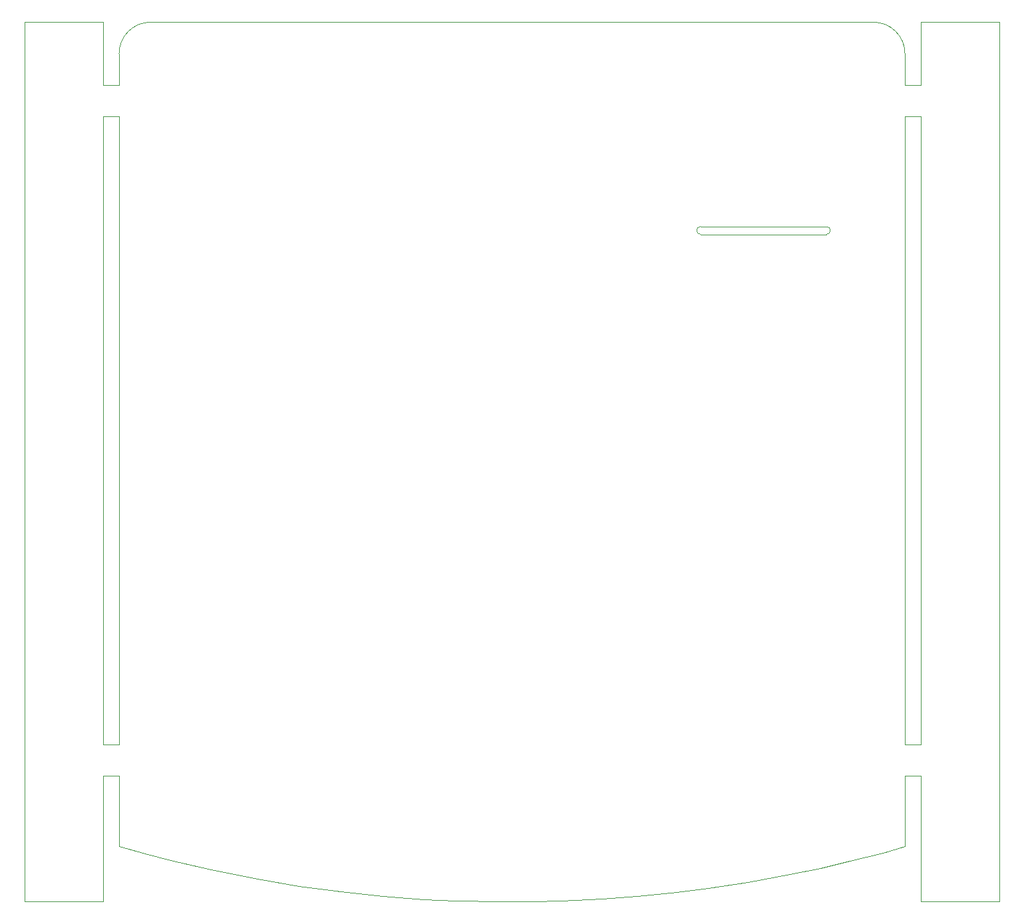
<source format=gbr>
G04 #@! TF.FileFunction,Profile,NP*
%FSLAX46Y46*%
G04 Gerber Fmt 4.6, Leading zero omitted, Abs format (unit mm)*
G04 Created by KiCad (PCBNEW 4.0.7-e2-6376~58~ubuntu16.04.1) date Mon Aug 20 17:04:09 2018*
%MOMM*%
%LPD*%
G01*
G04 APERTURE LIST*
%ADD10C,0.100000*%
G04 APERTURE END LIST*
D10*
X48000000Y-127000000D02*
X48000000Y-143000000D01*
X48000000Y-43000000D02*
X48000000Y-123000000D01*
X48000000Y-31000000D02*
X48000000Y-39000000D01*
X152000000Y-39000000D02*
X152000000Y-31000000D01*
X152000000Y-123000000D02*
X152000000Y-43000000D01*
X152000000Y-143000000D02*
X152000000Y-127000000D01*
X50000000Y-39000000D02*
X50000000Y-35000000D01*
X50000000Y-123000000D02*
X50000000Y-43000000D01*
X48000000Y-127000000D02*
X50000000Y-127000000D01*
X48000000Y-123000000D02*
X50000000Y-123000000D01*
X48000000Y-43000000D02*
X50000000Y-43000000D01*
X48000000Y-39000000D02*
X50000000Y-39000000D01*
X150000000Y-39000000D02*
X150000000Y-35000000D01*
X150000000Y-123000000D02*
X150000000Y-43000000D01*
X150000000Y-123000000D02*
X152000000Y-123000000D01*
X150000000Y-127000000D02*
X152000000Y-127000000D01*
X150000000Y-130000000D02*
X150000000Y-127000000D01*
X152000000Y-43000000D02*
X150000000Y-43000000D01*
X152000000Y-39000000D02*
X150000000Y-39000000D01*
X152000000Y-143000000D02*
X162000000Y-143000000D01*
X162000000Y-31000000D02*
X152000000Y-31000000D01*
X38000000Y-31000000D02*
X48000000Y-31000000D01*
X38000000Y-143000000D02*
X48000000Y-143000000D01*
X38000000Y-31000000D02*
X38000000Y-143000000D01*
X162000000Y-31000000D02*
X162000000Y-143000000D01*
X150000000Y-127000000D02*
X150000000Y-135986000D01*
X140000000Y-57025000D02*
G75*
G02X140000000Y-58025000I0J-500000D01*
G01*
X124000000Y-58025000D02*
G75*
G02X124000000Y-57025000I0J500000D01*
G01*
X140000000Y-58025000D02*
X124000000Y-58025000D01*
X124000000Y-57025000D02*
X140000000Y-57025000D01*
X53312000Y-136916000D02*
X50000000Y-135986000D01*
X56532000Y-137736000D02*
X53312000Y-136916000D01*
X61712000Y-138936000D02*
X56532000Y-137736000D01*
X67632000Y-140116000D02*
X61712000Y-138936000D01*
X72892000Y-140996000D02*
X67632000Y-140116000D01*
X78192000Y-141716000D02*
X72892000Y-140996000D01*
X83552000Y-142276000D02*
X78192000Y-141716000D01*
X88742000Y-142686000D02*
X83552000Y-142276000D01*
X92882000Y-142896000D02*
X88742000Y-142686000D01*
X98602000Y-143006000D02*
X92882000Y-142896000D01*
X102582000Y-143006000D02*
X98602000Y-143006000D01*
X106212000Y-142916000D02*
X102582000Y-143006000D01*
X111462000Y-142656000D02*
X106212000Y-142916000D01*
X115842000Y-142336000D02*
X111462000Y-142656000D01*
X120962000Y-141796000D02*
X115842000Y-142336000D01*
X124962000Y-141296000D02*
X120962000Y-141796000D01*
X130032000Y-140516000D02*
X124962000Y-141296000D01*
X135352000Y-139536000D02*
X130032000Y-140516000D01*
X139252000Y-138716000D02*
X135352000Y-139536000D01*
X142962000Y-137856000D02*
X139252000Y-138716000D01*
X147202000Y-136766000D02*
X142962000Y-137856000D01*
X149992000Y-135986000D02*
X147202000Y-136766000D01*
X150000000Y-35000000D02*
G75*
G03X146000000Y-31000000I-4000000J0D01*
G01*
X54000000Y-31000000D02*
G75*
G03X50000000Y-35000000I0J-4000000D01*
G01*
X50000000Y-127000000D02*
X50000000Y-135986000D01*
X54000000Y-31000000D02*
X146000000Y-31000000D01*
M02*

</source>
